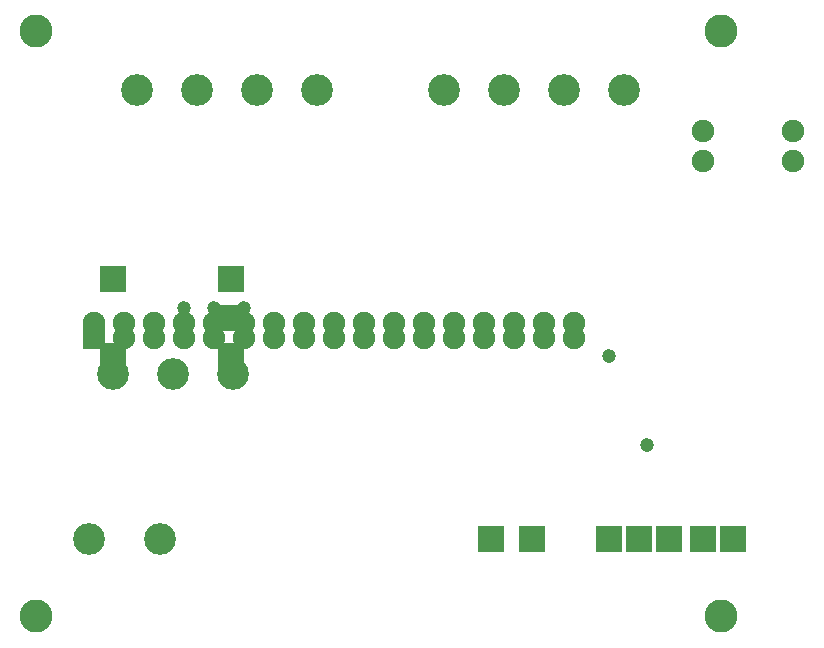
<source format=gbs>
G04 PiDoors HAT v2.0 - Bottom Solder Mask*
G04 Generated: 2026-01-10*
G04 Board Size: 65mm x 56.5mm*
%FSLAX46Y46*%
%MOIN*%
%TF.GenerationSoftware,PiDoors,PCBGenerator,2.0*%
%TF.SameCoordinates,Original*%
%TF.FileFunction,Soldermask,Bot*%
%TF.FilePolarity,Negative*%
G04 Aperture Definitions*
%ADD10C,0.110*%
%ADD11C,0.075*%
%ADD12R,0.075X0.075*%
%ADD13O,0.075X0.075*%
%ADD17C,0.047*%
%ADD24C,0.106*%
%ADD25R,0.087X0.087*%
G04*
G04 Mounting Holes*
D10*
X137795Y137795D03*
X2421260Y137795D03*
X137795Y2086614D03*
X2421260Y2086614D03*
G04*
G04 Through-hole Component Pads*
G04 J1 GPIO Header*
D12*
X329724Y1065276D03*
D13*
X329724Y1115315D03*
X429724Y1065276D03*
X429724Y1115315D03*
X529724Y1065276D03*
X529724Y1115315D03*
X629724Y1065276D03*
X629724Y1115315D03*
X729724Y1065276D03*
X729724Y1115315D03*
X829724Y1065276D03*
X829724Y1115315D03*
X929724Y1065276D03*
X929724Y1115315D03*
X1029724Y1065276D03*
X1029724Y1115315D03*
X1129724Y1065276D03*
X1129724Y1115315D03*
X1229724Y1065276D03*
X1229724Y1115315D03*
X1329724Y1065276D03*
X1329724Y1115315D03*
X1429724Y1065276D03*
X1429724Y1115315D03*
X1529724Y1065276D03*
X1529724Y1115315D03*
X1629724Y1065276D03*
X1629724Y1115315D03*
X1729724Y1065276D03*
X1729724Y1115315D03*
X1829724Y1065276D03*
X1829724Y1115315D03*
X1929724Y1065276D03*
X1929724Y1115315D03*
G04*
G04 J2 Barrel Jack*
D24*
X314961Y393701D03*
X551181Y393701D03*
G04*
G04 C1, C2, U1 Through-hole*
D25*
X1653543Y393701D03*
X1791339Y393701D03*
X2047244Y393701D03*
X2147244Y393701D03*
X2247244Y393701D03*
X2362205Y393701D03*
X2461024Y393701D03*
G04*
G04 Terminal Blocks*
D24*
X472441Y1889764D03*
X672441Y1889764D03*
X872441Y1889764D03*
X1072441Y1889764D03*
X1496063Y1889764D03*
X1696063Y1889764D03*
X1896063Y1889764D03*
X2096063Y1889764D03*
X393701Y944882D03*
X594094Y944882D03*
X794488Y944882D03*
G04*
G04 K1 Relay*
D25*
X393701Y1003937D03*
X393701Y1259843D03*
X787402Y1003937D03*
X787402Y1131890D03*
X787402Y1259843D03*
G04*
G04 U5 Optocoupler*
D11*
X2362205Y1653543D03*
X2362205Y1753543D03*
X2662205Y1753543D03*
X2662205Y1653543D03*
G04*
G04 Vias*
D17*
X2047244Y1003937D03*
X630315Y1163780D03*
X730315Y1163780D03*
X829724Y1163780D03*
X929724Y1065276D03*
X2173228Y708661D03*
G04*
M02*

</source>
